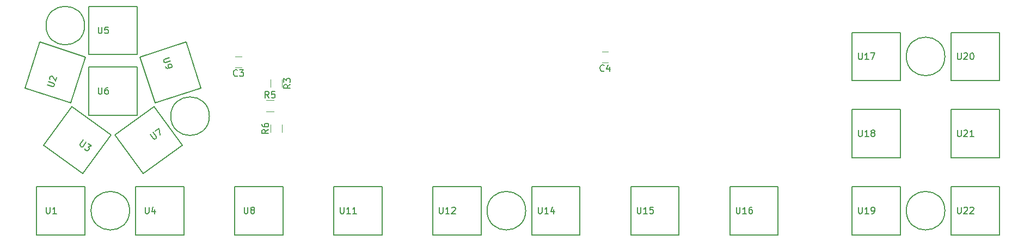
<source format=gbr>
G04 #@! TF.FileFunction,Legend,Top*
%FSLAX46Y46*%
G04 Gerber Fmt 4.6, Leading zero omitted, Abs format (unit mm)*
G04 Created by KiCad (PCBNEW 4.0.7+dfsg1-1) date Mon Nov  5 17:33:27 2018*
%MOMM*%
%LPD*%
G01*
G04 APERTURE LIST*
%ADD10C,0.100000*%
%ADD11C,0.120000*%
%ADD12C,0.150000*%
G04 APERTURE END LIST*
D10*
D11*
X133231000Y-112737000D02*
X134231000Y-112737000D01*
X134231000Y-111037000D02*
X133231000Y-111037000D01*
X138760000Y-115800000D02*
X138760000Y-114600000D01*
X140520000Y-114600000D02*
X140520000Y-115800000D01*
X139240000Y-119580000D02*
X138040000Y-119580000D01*
X138040000Y-117820000D02*
X139240000Y-117820000D01*
X140520000Y-121600000D02*
X140520000Y-122800000D01*
X138760000Y-122800000D02*
X138760000Y-121600000D01*
D12*
X102350000Y-131260000D02*
X109850000Y-131260000D01*
X109850000Y-131260000D02*
X109850000Y-138760000D01*
X109850000Y-138760000D02*
X102350000Y-138760000D01*
X102350000Y-138760000D02*
X102350000Y-131260000D01*
X100511724Y-115895648D02*
X102829352Y-108762724D01*
X102829352Y-108762724D02*
X109962276Y-111080352D01*
X109962276Y-111080352D02*
X107644648Y-118213276D01*
X107644648Y-118213276D02*
X100511724Y-115895648D01*
X109489619Y-129263008D02*
X103421992Y-124854619D01*
X103421992Y-124854619D02*
X107830381Y-118786992D01*
X107830381Y-118786992D02*
X113898008Y-123195381D01*
X113898008Y-123195381D02*
X109489619Y-129263008D01*
X117750000Y-131260000D02*
X125250000Y-131260000D01*
X125250000Y-131260000D02*
X125250000Y-138760000D01*
X125250000Y-138760000D02*
X117750000Y-138760000D01*
X117750000Y-138760000D02*
X117750000Y-131260000D01*
X110450000Y-103225000D02*
X117950000Y-103225000D01*
X117950000Y-103225000D02*
X117950000Y-110725000D01*
X117950000Y-110725000D02*
X110450000Y-110725000D01*
X110450000Y-110725000D02*
X110450000Y-103225000D01*
X110450000Y-112650000D02*
X117950000Y-112650000D01*
X117950000Y-112650000D02*
X117950000Y-120150000D01*
X117950000Y-120150000D02*
X110450000Y-120150000D01*
X110450000Y-120150000D02*
X110450000Y-112650000D01*
X124978008Y-124854619D02*
X118910381Y-129263008D01*
X118910381Y-129263008D02*
X114501992Y-123195381D01*
X114501992Y-123195381D02*
X120569619Y-118786992D01*
X120569619Y-118786992D02*
X124978008Y-124854619D01*
X133150000Y-131260000D02*
X140650000Y-131260000D01*
X140650000Y-131260000D02*
X140650000Y-138760000D01*
X140650000Y-138760000D02*
X133150000Y-138760000D01*
X133150000Y-138760000D02*
X133150000Y-131260000D01*
X125570648Y-108762724D02*
X127888276Y-115895648D01*
X127888276Y-115895648D02*
X120755352Y-118213276D01*
X120755352Y-118213276D02*
X118437724Y-111080352D01*
X118437724Y-111080352D02*
X125570648Y-108762724D01*
X148550000Y-131260000D02*
X156050000Y-131260000D01*
X156050000Y-131260000D02*
X156050000Y-138760000D01*
X156050000Y-138760000D02*
X148550000Y-138760000D01*
X148550000Y-138760000D02*
X148550000Y-131260000D01*
X163950000Y-131260000D02*
X171450000Y-131260000D01*
X171450000Y-131260000D02*
X171450000Y-138760000D01*
X171450000Y-138760000D02*
X163950000Y-138760000D01*
X163950000Y-138760000D02*
X163950000Y-131260000D01*
X179350000Y-131260000D02*
X186850000Y-131260000D01*
X186850000Y-131260000D02*
X186850000Y-138760000D01*
X186850000Y-138760000D02*
X179350000Y-138760000D01*
X179350000Y-138760000D02*
X179350000Y-131260000D01*
X194750000Y-131260000D02*
X202250000Y-131260000D01*
X202250000Y-131260000D02*
X202250000Y-138760000D01*
X202250000Y-138760000D02*
X194750000Y-138760000D01*
X194750000Y-138760000D02*
X194750000Y-131260000D01*
X210150000Y-131260000D02*
X217650000Y-131260000D01*
X217650000Y-131260000D02*
X217650000Y-138760000D01*
X217650000Y-138760000D02*
X210150000Y-138760000D01*
X210150000Y-138760000D02*
X210150000Y-131260000D01*
X229150000Y-107260000D02*
X236650000Y-107260000D01*
X236650000Y-107260000D02*
X236650000Y-114760000D01*
X236650000Y-114760000D02*
X229150000Y-114760000D01*
X229150000Y-114760000D02*
X229150000Y-107260000D01*
X229150000Y-119260000D02*
X236650000Y-119260000D01*
X236650000Y-119260000D02*
X236650000Y-126760000D01*
X236650000Y-126760000D02*
X229150000Y-126760000D01*
X229150000Y-126760000D02*
X229150000Y-119260000D01*
X229150000Y-131260000D02*
X236650000Y-131260000D01*
X236650000Y-131260000D02*
X236650000Y-138760000D01*
X236650000Y-138760000D02*
X229150000Y-138760000D01*
X229150000Y-138760000D02*
X229150000Y-131260000D01*
X244550000Y-107260000D02*
X252050000Y-107260000D01*
X252050000Y-107260000D02*
X252050000Y-114760000D01*
X252050000Y-114760000D02*
X244550000Y-114760000D01*
X244550000Y-114760000D02*
X244550000Y-107260000D01*
X244550000Y-119260000D02*
X252050000Y-119260000D01*
X252050000Y-119260000D02*
X252050000Y-126760000D01*
X252050000Y-126760000D02*
X244550000Y-126760000D01*
X244550000Y-126760000D02*
X244550000Y-119260000D01*
X244550000Y-131260000D02*
X252050000Y-131260000D01*
X252050000Y-131260000D02*
X252050000Y-138760000D01*
X252050000Y-138760000D02*
X244550000Y-138760000D01*
X244550000Y-138760000D02*
X244550000Y-131260000D01*
X243600000Y-110998000D02*
G75*
G03X243600000Y-110998000I-3000000J0D01*
G01*
X243600000Y-135010000D02*
G75*
G03X243600000Y-135010000I-3000000J0D01*
G01*
X178400000Y-135010000D02*
G75*
G03X178400000Y-135010000I-3000000J0D01*
G01*
X116800000Y-135010000D02*
G75*
G03X116800000Y-135010000I-3000000J0D01*
G01*
X129200000Y-120300000D02*
G75*
G03X129200000Y-120300000I-3000000J0D01*
G01*
D11*
X190254000Y-111975000D02*
X191254000Y-111975000D01*
X191254000Y-110275000D02*
X190254000Y-110275000D01*
D12*
X109800000Y-106200000D02*
G75*
G03X109800000Y-106200000I-3000000J0D01*
G01*
X133564334Y-113994143D02*
X133516715Y-114041762D01*
X133373858Y-114089381D01*
X133278620Y-114089381D01*
X133135762Y-114041762D01*
X133040524Y-113946524D01*
X132992905Y-113851286D01*
X132945286Y-113660810D01*
X132945286Y-113517952D01*
X132992905Y-113327476D01*
X133040524Y-113232238D01*
X133135762Y-113137000D01*
X133278620Y-113089381D01*
X133373858Y-113089381D01*
X133516715Y-113137000D01*
X133564334Y-113184619D01*
X133897667Y-113089381D02*
X134516715Y-113089381D01*
X134183381Y-113470333D01*
X134326239Y-113470333D01*
X134421477Y-113517952D01*
X134469096Y-113565571D01*
X134516715Y-113660810D01*
X134516715Y-113898905D01*
X134469096Y-113994143D01*
X134421477Y-114041762D01*
X134326239Y-114089381D01*
X134040524Y-114089381D01*
X133945286Y-114041762D01*
X133897667Y-113994143D01*
X141792381Y-115366666D02*
X141316190Y-115700000D01*
X141792381Y-115938095D02*
X140792381Y-115938095D01*
X140792381Y-115557142D01*
X140840000Y-115461904D01*
X140887619Y-115414285D01*
X140982857Y-115366666D01*
X141125714Y-115366666D01*
X141220952Y-115414285D01*
X141268571Y-115461904D01*
X141316190Y-115557142D01*
X141316190Y-115938095D01*
X140792381Y-115033333D02*
X140792381Y-114414285D01*
X141173333Y-114747619D01*
X141173333Y-114604761D01*
X141220952Y-114509523D01*
X141268571Y-114461904D01*
X141363810Y-114414285D01*
X141601905Y-114414285D01*
X141697143Y-114461904D01*
X141744762Y-114509523D01*
X141792381Y-114604761D01*
X141792381Y-114890476D01*
X141744762Y-114985714D01*
X141697143Y-115033333D01*
X138473334Y-117452381D02*
X138140000Y-116976190D01*
X137901905Y-117452381D02*
X137901905Y-116452381D01*
X138282858Y-116452381D01*
X138378096Y-116500000D01*
X138425715Y-116547619D01*
X138473334Y-116642857D01*
X138473334Y-116785714D01*
X138425715Y-116880952D01*
X138378096Y-116928571D01*
X138282858Y-116976190D01*
X137901905Y-116976190D01*
X139378096Y-116452381D02*
X138901905Y-116452381D01*
X138854286Y-116928571D01*
X138901905Y-116880952D01*
X138997143Y-116833333D01*
X139235239Y-116833333D01*
X139330477Y-116880952D01*
X139378096Y-116928571D01*
X139425715Y-117023810D01*
X139425715Y-117261905D01*
X139378096Y-117357143D01*
X139330477Y-117404762D01*
X139235239Y-117452381D01*
X138997143Y-117452381D01*
X138901905Y-117404762D01*
X138854286Y-117357143D01*
X138392381Y-122366666D02*
X137916190Y-122700000D01*
X138392381Y-122938095D02*
X137392381Y-122938095D01*
X137392381Y-122557142D01*
X137440000Y-122461904D01*
X137487619Y-122414285D01*
X137582857Y-122366666D01*
X137725714Y-122366666D01*
X137820952Y-122414285D01*
X137868571Y-122461904D01*
X137916190Y-122557142D01*
X137916190Y-122938095D01*
X137392381Y-121509523D02*
X137392381Y-121700000D01*
X137440000Y-121795238D01*
X137487619Y-121842857D01*
X137630476Y-121938095D01*
X137820952Y-121985714D01*
X138201905Y-121985714D01*
X138297143Y-121938095D01*
X138344762Y-121890476D01*
X138392381Y-121795238D01*
X138392381Y-121604761D01*
X138344762Y-121509523D01*
X138297143Y-121461904D01*
X138201905Y-121414285D01*
X137963810Y-121414285D01*
X137868571Y-121461904D01*
X137820952Y-121509523D01*
X137773333Y-121604761D01*
X137773333Y-121795238D01*
X137820952Y-121890476D01*
X137868571Y-121938095D01*
X137963810Y-121985714D01*
X103838095Y-134462381D02*
X103838095Y-135271905D01*
X103885714Y-135367143D01*
X103933333Y-135414762D01*
X104028571Y-135462381D01*
X104219048Y-135462381D01*
X104314286Y-135414762D01*
X104361905Y-135367143D01*
X104409524Y-135271905D01*
X104409524Y-134462381D01*
X105409524Y-135462381D02*
X104838095Y-135462381D01*
X105123809Y-135462381D02*
X105123809Y-134462381D01*
X105028571Y-134605238D01*
X104933333Y-134700476D01*
X104838095Y-134748095D01*
X104017217Y-115469976D02*
X104787120Y-115720133D01*
X104892412Y-115704275D01*
X104952415Y-115673701D01*
X105027134Y-115597840D01*
X105085994Y-115416685D01*
X105070136Y-115311393D01*
X105039563Y-115251390D01*
X104963701Y-115176672D01*
X104193798Y-114926515D01*
X104416811Y-114548350D02*
X104386237Y-114488346D01*
X104370379Y-114383055D01*
X104443955Y-114156612D01*
X104518673Y-114080750D01*
X104578677Y-114050177D01*
X104683968Y-114034319D01*
X104774545Y-114063749D01*
X104895695Y-114153182D01*
X105262575Y-114873225D01*
X105453872Y-114284475D01*
X109579013Y-124015808D02*
X109103187Y-124670727D01*
X109085732Y-124775766D01*
X109096267Y-124842280D01*
X109145326Y-124936784D01*
X109299425Y-125048744D01*
X109404464Y-125066199D01*
X109470979Y-125055664D01*
X109565483Y-125006605D01*
X110041309Y-124351686D01*
X110349506Y-124575604D02*
X110850326Y-124939471D01*
X110356735Y-125051739D01*
X110472310Y-125135709D01*
X110521369Y-125230213D01*
X110531904Y-125296727D01*
X110514449Y-125401767D01*
X110374500Y-125594390D01*
X110279996Y-125643449D01*
X110213481Y-125653984D01*
X110108442Y-125636529D01*
X109877294Y-125468590D01*
X109828235Y-125374086D01*
X109817700Y-125307572D01*
X119238095Y-134462381D02*
X119238095Y-135271905D01*
X119285714Y-135367143D01*
X119333333Y-135414762D01*
X119428571Y-135462381D01*
X119619048Y-135462381D01*
X119714286Y-135414762D01*
X119761905Y-135367143D01*
X119809524Y-135271905D01*
X119809524Y-134462381D01*
X120714286Y-134795714D02*
X120714286Y-135462381D01*
X120476190Y-134414762D02*
X120238095Y-135129048D01*
X120857143Y-135129048D01*
X111938095Y-106427381D02*
X111938095Y-107236905D01*
X111985714Y-107332143D01*
X112033333Y-107379762D01*
X112128571Y-107427381D01*
X112319048Y-107427381D01*
X112414286Y-107379762D01*
X112461905Y-107332143D01*
X112509524Y-107236905D01*
X112509524Y-106427381D01*
X113461905Y-106427381D02*
X112985714Y-106427381D01*
X112938095Y-106903571D01*
X112985714Y-106855952D01*
X113080952Y-106808333D01*
X113319048Y-106808333D01*
X113414286Y-106855952D01*
X113461905Y-106903571D01*
X113509524Y-106998810D01*
X113509524Y-107236905D01*
X113461905Y-107332143D01*
X113414286Y-107379762D01*
X113319048Y-107427381D01*
X113080952Y-107427381D01*
X112985714Y-107379762D01*
X112938095Y-107332143D01*
X111938095Y-115852381D02*
X111938095Y-116661905D01*
X111985714Y-116757143D01*
X112033333Y-116804762D01*
X112128571Y-116852381D01*
X112319048Y-116852381D01*
X112414286Y-116804762D01*
X112461905Y-116757143D01*
X112509524Y-116661905D01*
X112509524Y-115852381D01*
X113414286Y-115852381D02*
X113223809Y-115852381D01*
X113128571Y-115900000D01*
X113080952Y-115947619D01*
X112985714Y-116090476D01*
X112938095Y-116280952D01*
X112938095Y-116661905D01*
X112985714Y-116757143D01*
X113033333Y-116804762D01*
X113128571Y-116852381D01*
X113319048Y-116852381D01*
X113414286Y-116804762D01*
X113461905Y-116757143D01*
X113509524Y-116661905D01*
X113509524Y-116423810D01*
X113461905Y-116328571D01*
X113414286Y-116280952D01*
X113319048Y-116233333D01*
X113128571Y-116233333D01*
X113033333Y-116280952D01*
X112985714Y-116328571D01*
X112938095Y-116423810D01*
X120015249Y-123148125D02*
X120491075Y-123803044D01*
X120585579Y-123852104D01*
X120652093Y-123862638D01*
X120757132Y-123845183D01*
X120911231Y-123733224D01*
X120960291Y-123638720D01*
X120970825Y-123572205D01*
X120953371Y-123467167D01*
X120477544Y-122812248D01*
X120785741Y-122588330D02*
X121325086Y-122196473D01*
X121566149Y-123257398D01*
X134638095Y-134462381D02*
X134638095Y-135271905D01*
X134685714Y-135367143D01*
X134733333Y-135414762D01*
X134828571Y-135462381D01*
X135019048Y-135462381D01*
X135114286Y-135414762D01*
X135161905Y-135367143D01*
X135209524Y-135271905D01*
X135209524Y-134462381D01*
X135828571Y-134890952D02*
X135733333Y-134843333D01*
X135685714Y-134795714D01*
X135638095Y-134700476D01*
X135638095Y-134652857D01*
X135685714Y-134557619D01*
X135733333Y-134510000D01*
X135828571Y-134462381D01*
X136019048Y-134462381D01*
X136114286Y-134510000D01*
X136161905Y-134557619D01*
X136209524Y-134652857D01*
X136209524Y-134700476D01*
X136161905Y-134795714D01*
X136114286Y-134843333D01*
X136019048Y-134890952D01*
X135828571Y-134890952D01*
X135733333Y-134938571D01*
X135685714Y-134986190D01*
X135638095Y-135081429D01*
X135638095Y-135271905D01*
X135685714Y-135367143D01*
X135733333Y-135414762D01*
X135828571Y-135462381D01*
X136019048Y-135462381D01*
X136114286Y-135414762D01*
X136161905Y-135367143D01*
X136209524Y-135271905D01*
X136209524Y-135081429D01*
X136161905Y-134986190D01*
X136114286Y-134938571D01*
X136019048Y-134890952D01*
X122984850Y-111167577D02*
X122214947Y-111417733D01*
X122139085Y-111492452D01*
X122108512Y-111552455D01*
X122092654Y-111657747D01*
X122151514Y-111838902D01*
X122226233Y-111914763D01*
X122286236Y-111945336D01*
X122391528Y-111961195D01*
X123161431Y-111711038D01*
X122372241Y-112518227D02*
X122431101Y-112699380D01*
X122505820Y-112775243D01*
X122565823Y-112805816D01*
X122731118Y-112852248D01*
X122926987Y-112838676D01*
X123289295Y-112720955D01*
X123365156Y-112646236D01*
X123395730Y-112586233D01*
X123411588Y-112480941D01*
X123352727Y-112299787D01*
X123278009Y-112223925D01*
X123218005Y-112193352D01*
X123112714Y-112177494D01*
X122886272Y-112251069D01*
X122810410Y-112325787D01*
X122779836Y-112385791D01*
X122763978Y-112491083D01*
X122822838Y-112672237D01*
X122897557Y-112748099D01*
X122957561Y-112778672D01*
X123062853Y-112794530D01*
X149561905Y-134462381D02*
X149561905Y-135271905D01*
X149609524Y-135367143D01*
X149657143Y-135414762D01*
X149752381Y-135462381D01*
X149942858Y-135462381D01*
X150038096Y-135414762D01*
X150085715Y-135367143D01*
X150133334Y-135271905D01*
X150133334Y-134462381D01*
X151133334Y-135462381D02*
X150561905Y-135462381D01*
X150847619Y-135462381D02*
X150847619Y-134462381D01*
X150752381Y-134605238D01*
X150657143Y-134700476D01*
X150561905Y-134748095D01*
X152085715Y-135462381D02*
X151514286Y-135462381D01*
X151800000Y-135462381D02*
X151800000Y-134462381D01*
X151704762Y-134605238D01*
X151609524Y-134700476D01*
X151514286Y-134748095D01*
X164961905Y-134462381D02*
X164961905Y-135271905D01*
X165009524Y-135367143D01*
X165057143Y-135414762D01*
X165152381Y-135462381D01*
X165342858Y-135462381D01*
X165438096Y-135414762D01*
X165485715Y-135367143D01*
X165533334Y-135271905D01*
X165533334Y-134462381D01*
X166533334Y-135462381D02*
X165961905Y-135462381D01*
X166247619Y-135462381D02*
X166247619Y-134462381D01*
X166152381Y-134605238D01*
X166057143Y-134700476D01*
X165961905Y-134748095D01*
X166914286Y-134557619D02*
X166961905Y-134510000D01*
X167057143Y-134462381D01*
X167295239Y-134462381D01*
X167390477Y-134510000D01*
X167438096Y-134557619D01*
X167485715Y-134652857D01*
X167485715Y-134748095D01*
X167438096Y-134890952D01*
X166866667Y-135462381D01*
X167485715Y-135462381D01*
X180361905Y-134462381D02*
X180361905Y-135271905D01*
X180409524Y-135367143D01*
X180457143Y-135414762D01*
X180552381Y-135462381D01*
X180742858Y-135462381D01*
X180838096Y-135414762D01*
X180885715Y-135367143D01*
X180933334Y-135271905D01*
X180933334Y-134462381D01*
X181933334Y-135462381D02*
X181361905Y-135462381D01*
X181647619Y-135462381D02*
X181647619Y-134462381D01*
X181552381Y-134605238D01*
X181457143Y-134700476D01*
X181361905Y-134748095D01*
X182790477Y-134795714D02*
X182790477Y-135462381D01*
X182552381Y-134414762D02*
X182314286Y-135129048D01*
X182933334Y-135129048D01*
X195761905Y-134462381D02*
X195761905Y-135271905D01*
X195809524Y-135367143D01*
X195857143Y-135414762D01*
X195952381Y-135462381D01*
X196142858Y-135462381D01*
X196238096Y-135414762D01*
X196285715Y-135367143D01*
X196333334Y-135271905D01*
X196333334Y-134462381D01*
X197333334Y-135462381D02*
X196761905Y-135462381D01*
X197047619Y-135462381D02*
X197047619Y-134462381D01*
X196952381Y-134605238D01*
X196857143Y-134700476D01*
X196761905Y-134748095D01*
X198238096Y-134462381D02*
X197761905Y-134462381D01*
X197714286Y-134938571D01*
X197761905Y-134890952D01*
X197857143Y-134843333D01*
X198095239Y-134843333D01*
X198190477Y-134890952D01*
X198238096Y-134938571D01*
X198285715Y-135033810D01*
X198285715Y-135271905D01*
X198238096Y-135367143D01*
X198190477Y-135414762D01*
X198095239Y-135462381D01*
X197857143Y-135462381D01*
X197761905Y-135414762D01*
X197714286Y-135367143D01*
X211161905Y-134462381D02*
X211161905Y-135271905D01*
X211209524Y-135367143D01*
X211257143Y-135414762D01*
X211352381Y-135462381D01*
X211542858Y-135462381D01*
X211638096Y-135414762D01*
X211685715Y-135367143D01*
X211733334Y-135271905D01*
X211733334Y-134462381D01*
X212733334Y-135462381D02*
X212161905Y-135462381D01*
X212447619Y-135462381D02*
X212447619Y-134462381D01*
X212352381Y-134605238D01*
X212257143Y-134700476D01*
X212161905Y-134748095D01*
X213590477Y-134462381D02*
X213400000Y-134462381D01*
X213304762Y-134510000D01*
X213257143Y-134557619D01*
X213161905Y-134700476D01*
X213114286Y-134890952D01*
X213114286Y-135271905D01*
X213161905Y-135367143D01*
X213209524Y-135414762D01*
X213304762Y-135462381D01*
X213495239Y-135462381D01*
X213590477Y-135414762D01*
X213638096Y-135367143D01*
X213685715Y-135271905D01*
X213685715Y-135033810D01*
X213638096Y-134938571D01*
X213590477Y-134890952D01*
X213495239Y-134843333D01*
X213304762Y-134843333D01*
X213209524Y-134890952D01*
X213161905Y-134938571D01*
X213114286Y-135033810D01*
X230161905Y-110462381D02*
X230161905Y-111271905D01*
X230209524Y-111367143D01*
X230257143Y-111414762D01*
X230352381Y-111462381D01*
X230542858Y-111462381D01*
X230638096Y-111414762D01*
X230685715Y-111367143D01*
X230733334Y-111271905D01*
X230733334Y-110462381D01*
X231733334Y-111462381D02*
X231161905Y-111462381D01*
X231447619Y-111462381D02*
X231447619Y-110462381D01*
X231352381Y-110605238D01*
X231257143Y-110700476D01*
X231161905Y-110748095D01*
X232066667Y-110462381D02*
X232733334Y-110462381D01*
X232304762Y-111462381D01*
X230161905Y-122462381D02*
X230161905Y-123271905D01*
X230209524Y-123367143D01*
X230257143Y-123414762D01*
X230352381Y-123462381D01*
X230542858Y-123462381D01*
X230638096Y-123414762D01*
X230685715Y-123367143D01*
X230733334Y-123271905D01*
X230733334Y-122462381D01*
X231733334Y-123462381D02*
X231161905Y-123462381D01*
X231447619Y-123462381D02*
X231447619Y-122462381D01*
X231352381Y-122605238D01*
X231257143Y-122700476D01*
X231161905Y-122748095D01*
X232304762Y-122890952D02*
X232209524Y-122843333D01*
X232161905Y-122795714D01*
X232114286Y-122700476D01*
X232114286Y-122652857D01*
X232161905Y-122557619D01*
X232209524Y-122510000D01*
X232304762Y-122462381D01*
X232495239Y-122462381D01*
X232590477Y-122510000D01*
X232638096Y-122557619D01*
X232685715Y-122652857D01*
X232685715Y-122700476D01*
X232638096Y-122795714D01*
X232590477Y-122843333D01*
X232495239Y-122890952D01*
X232304762Y-122890952D01*
X232209524Y-122938571D01*
X232161905Y-122986190D01*
X232114286Y-123081429D01*
X232114286Y-123271905D01*
X232161905Y-123367143D01*
X232209524Y-123414762D01*
X232304762Y-123462381D01*
X232495239Y-123462381D01*
X232590477Y-123414762D01*
X232638096Y-123367143D01*
X232685715Y-123271905D01*
X232685715Y-123081429D01*
X232638096Y-122986190D01*
X232590477Y-122938571D01*
X232495239Y-122890952D01*
X230161905Y-134462381D02*
X230161905Y-135271905D01*
X230209524Y-135367143D01*
X230257143Y-135414762D01*
X230352381Y-135462381D01*
X230542858Y-135462381D01*
X230638096Y-135414762D01*
X230685715Y-135367143D01*
X230733334Y-135271905D01*
X230733334Y-134462381D01*
X231733334Y-135462381D02*
X231161905Y-135462381D01*
X231447619Y-135462381D02*
X231447619Y-134462381D01*
X231352381Y-134605238D01*
X231257143Y-134700476D01*
X231161905Y-134748095D01*
X232209524Y-135462381D02*
X232400000Y-135462381D01*
X232495239Y-135414762D01*
X232542858Y-135367143D01*
X232638096Y-135224286D01*
X232685715Y-135033810D01*
X232685715Y-134652857D01*
X232638096Y-134557619D01*
X232590477Y-134510000D01*
X232495239Y-134462381D01*
X232304762Y-134462381D01*
X232209524Y-134510000D01*
X232161905Y-134557619D01*
X232114286Y-134652857D01*
X232114286Y-134890952D01*
X232161905Y-134986190D01*
X232209524Y-135033810D01*
X232304762Y-135081429D01*
X232495239Y-135081429D01*
X232590477Y-135033810D01*
X232638096Y-134986190D01*
X232685715Y-134890952D01*
X245561905Y-110462381D02*
X245561905Y-111271905D01*
X245609524Y-111367143D01*
X245657143Y-111414762D01*
X245752381Y-111462381D01*
X245942858Y-111462381D01*
X246038096Y-111414762D01*
X246085715Y-111367143D01*
X246133334Y-111271905D01*
X246133334Y-110462381D01*
X246561905Y-110557619D02*
X246609524Y-110510000D01*
X246704762Y-110462381D01*
X246942858Y-110462381D01*
X247038096Y-110510000D01*
X247085715Y-110557619D01*
X247133334Y-110652857D01*
X247133334Y-110748095D01*
X247085715Y-110890952D01*
X246514286Y-111462381D01*
X247133334Y-111462381D01*
X247752381Y-110462381D02*
X247847620Y-110462381D01*
X247942858Y-110510000D01*
X247990477Y-110557619D01*
X248038096Y-110652857D01*
X248085715Y-110843333D01*
X248085715Y-111081429D01*
X248038096Y-111271905D01*
X247990477Y-111367143D01*
X247942858Y-111414762D01*
X247847620Y-111462381D01*
X247752381Y-111462381D01*
X247657143Y-111414762D01*
X247609524Y-111367143D01*
X247561905Y-111271905D01*
X247514286Y-111081429D01*
X247514286Y-110843333D01*
X247561905Y-110652857D01*
X247609524Y-110557619D01*
X247657143Y-110510000D01*
X247752381Y-110462381D01*
X245561905Y-122462381D02*
X245561905Y-123271905D01*
X245609524Y-123367143D01*
X245657143Y-123414762D01*
X245752381Y-123462381D01*
X245942858Y-123462381D01*
X246038096Y-123414762D01*
X246085715Y-123367143D01*
X246133334Y-123271905D01*
X246133334Y-122462381D01*
X246561905Y-122557619D02*
X246609524Y-122510000D01*
X246704762Y-122462381D01*
X246942858Y-122462381D01*
X247038096Y-122510000D01*
X247085715Y-122557619D01*
X247133334Y-122652857D01*
X247133334Y-122748095D01*
X247085715Y-122890952D01*
X246514286Y-123462381D01*
X247133334Y-123462381D01*
X248085715Y-123462381D02*
X247514286Y-123462381D01*
X247800000Y-123462381D02*
X247800000Y-122462381D01*
X247704762Y-122605238D01*
X247609524Y-122700476D01*
X247514286Y-122748095D01*
X245561905Y-134462381D02*
X245561905Y-135271905D01*
X245609524Y-135367143D01*
X245657143Y-135414762D01*
X245752381Y-135462381D01*
X245942858Y-135462381D01*
X246038096Y-135414762D01*
X246085715Y-135367143D01*
X246133334Y-135271905D01*
X246133334Y-134462381D01*
X246561905Y-134557619D02*
X246609524Y-134510000D01*
X246704762Y-134462381D01*
X246942858Y-134462381D01*
X247038096Y-134510000D01*
X247085715Y-134557619D01*
X247133334Y-134652857D01*
X247133334Y-134748095D01*
X247085715Y-134890952D01*
X246514286Y-135462381D01*
X247133334Y-135462381D01*
X247514286Y-134557619D02*
X247561905Y-134510000D01*
X247657143Y-134462381D01*
X247895239Y-134462381D01*
X247990477Y-134510000D01*
X248038096Y-134557619D01*
X248085715Y-134652857D01*
X248085715Y-134748095D01*
X248038096Y-134890952D01*
X247466667Y-135462381D01*
X248085715Y-135462381D01*
X190587334Y-113232143D02*
X190539715Y-113279762D01*
X190396858Y-113327381D01*
X190301620Y-113327381D01*
X190158762Y-113279762D01*
X190063524Y-113184524D01*
X190015905Y-113089286D01*
X189968286Y-112898810D01*
X189968286Y-112755952D01*
X190015905Y-112565476D01*
X190063524Y-112470238D01*
X190158762Y-112375000D01*
X190301620Y-112327381D01*
X190396858Y-112327381D01*
X190539715Y-112375000D01*
X190587334Y-112422619D01*
X191444477Y-112660714D02*
X191444477Y-113327381D01*
X191206381Y-112279762D02*
X190968286Y-112994048D01*
X191587334Y-112994048D01*
M02*

</source>
